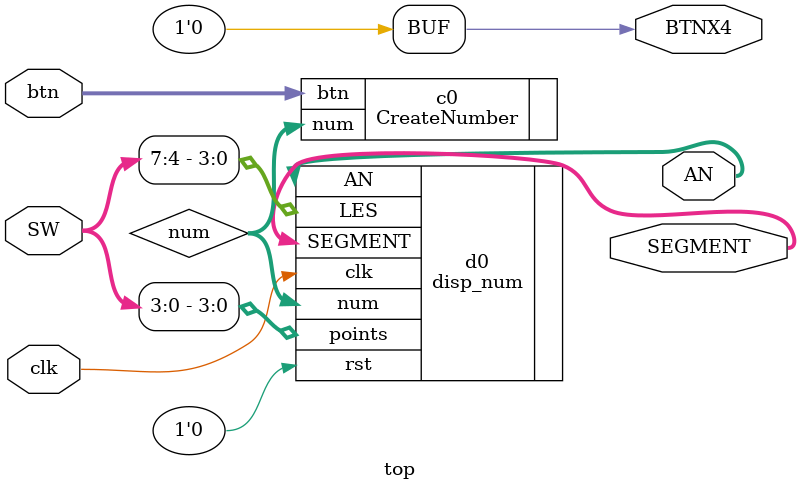
<source format=v>
module top (
  input clk,
  input[7:0] SW,
  input[3:0] btn,
  output[3:0] AN,
  output[7:0] SEGMENT,
  output BTNX4
);

  wire[15:0] num;

  assign BTNX4 = 0;
  CreateNumber c0(.btn(btn), .num(num));
  
  // Note: The following port names may be different from yours, please compare and modify the port names below
  // e.g. enable signals of LED may be named *Les* rather than *LES*, then you need to change .LES() to .Les() below
  disp_num d0(.clk(clk), .num(num), .LES(SW[7:4]), .points(SW[3:0]), .rst(1'b0), .AN(AN[3:0]), .SEGMENT(SEGMENT[7:0]));

endmodule
</source>
